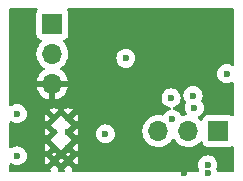
<source format=gbr>
%TF.GenerationSoftware,KiCad,Pcbnew,8.0.2-1*%
%TF.CreationDate,2024-05-31T22:32:28-04:00*%
%TF.ProjectId,ez-servo,657a2d73-6572-4766-9f2e-6b696361645f,v0.0.0*%
%TF.SameCoordinates,Original*%
%TF.FileFunction,Copper,L3,Inr*%
%TF.FilePolarity,Positive*%
%FSLAX46Y46*%
G04 Gerber Fmt 4.6, Leading zero omitted, Abs format (unit mm)*
G04 Created by KiCad (PCBNEW 8.0.2-1) date 2024-05-31 22:32:28*
%MOMM*%
%LPD*%
G01*
G04 APERTURE LIST*
%TA.AperFunction,ComponentPad*%
%ADD10C,0.600000*%
%TD*%
%TA.AperFunction,ComponentPad*%
%ADD11O,1.700000X1.700000*%
%TD*%
%TA.AperFunction,ComponentPad*%
%ADD12R,1.700000X1.700000*%
%TD*%
%TA.AperFunction,ViaPad*%
%ADD13C,0.600000*%
%TD*%
G04 APERTURE END LIST*
D10*
%TO.N,GND*%
%TO.C,U1*%
X29300000Y-34830000D03*
X29300000Y-36030000D03*
X29300000Y-37330000D03*
X29300000Y-38430000D03*
X30500000Y-34830000D03*
X30500000Y-36030000D03*
X30500000Y-37330000D03*
X30500000Y-38430000D03*
%TD*%
D11*
%TO.N,GND*%
%TO.C,J2*%
X29150000Y-31930000D03*
%TO.N,VOUT*%
X29150000Y-29390000D03*
D12*
%TO.N,SERVO_PWM*%
X29150000Y-26850000D03*
%TD*%
%TO.N,8_4V*%
%TO.C,J3*%
X43200000Y-35930000D03*
D11*
%TO.N,SENSE*%
X40660000Y-35930000D03*
%TO.N,6V*%
X38120000Y-35930000D03*
%TD*%
D13*
%TO.N,GND*%
X36600000Y-32640000D03*
X36560000Y-37080000D03*
%TO.N,VOUT*%
X35360000Y-29780000D03*
X41159265Y-33950735D03*
%TO.N,GND*%
X40300000Y-39500000D03*
X33070000Y-26700000D03*
%TO.N,SENSE*%
X39290000Y-34930000D03*
X26170000Y-38030000D03*
%TO.N,Net-(C2-Pad2)*%
X39190001Y-33122829D03*
X43910000Y-31080000D03*
X41050000Y-32930823D03*
%TO.N,Net-(U1-BOOT)*%
X26170000Y-34470000D03*
%TO.N,+24V*%
X42300000Y-38800000D03*
X42300000Y-39500000D03*
X33640000Y-36170000D03*
%TD*%
%TA.AperFunction,Conductor*%
%TO.N,GND*%
G36*
X27868038Y-25520185D02*
G01*
X27913793Y-25572989D01*
X27923737Y-25642147D01*
X27900265Y-25698810D01*
X27880238Y-25725562D01*
X27856204Y-25757668D01*
X27856202Y-25757671D01*
X27805908Y-25892517D01*
X27799501Y-25952116D01*
X27799501Y-25952123D01*
X27799500Y-25952135D01*
X27799500Y-27747870D01*
X27799501Y-27747876D01*
X27805908Y-27807483D01*
X27856202Y-27942328D01*
X27856206Y-27942335D01*
X27942452Y-28057544D01*
X27942455Y-28057547D01*
X28057664Y-28143793D01*
X28057671Y-28143797D01*
X28189081Y-28192810D01*
X28245015Y-28234681D01*
X28269432Y-28300145D01*
X28254580Y-28368418D01*
X28233430Y-28396673D01*
X28111503Y-28518600D01*
X27975965Y-28712169D01*
X27975964Y-28712171D01*
X27876098Y-28926335D01*
X27876094Y-28926344D01*
X27814938Y-29154586D01*
X27814936Y-29154596D01*
X27794341Y-29389999D01*
X27794341Y-29390000D01*
X27814936Y-29625403D01*
X27814938Y-29625413D01*
X27876094Y-29853655D01*
X27876096Y-29853659D01*
X27876097Y-29853663D01*
X27925333Y-29959249D01*
X27975965Y-30067830D01*
X27975967Y-30067834D01*
X28111501Y-30261395D01*
X28111506Y-30261402D01*
X28278597Y-30428493D01*
X28278603Y-30428498D01*
X28464594Y-30558730D01*
X28508219Y-30613307D01*
X28515413Y-30682805D01*
X28483890Y-30745160D01*
X28464595Y-30761880D01*
X28278922Y-30891890D01*
X28278920Y-30891891D01*
X28111891Y-31058920D01*
X28111886Y-31058926D01*
X27976400Y-31252420D01*
X27976399Y-31252422D01*
X27876570Y-31466507D01*
X27876567Y-31466513D01*
X27819364Y-31679999D01*
X27819364Y-31680000D01*
X28716988Y-31680000D01*
X28684075Y-31737007D01*
X28650000Y-31864174D01*
X28650000Y-31995826D01*
X28684075Y-32122993D01*
X28716988Y-32180000D01*
X27819364Y-32180000D01*
X27876567Y-32393486D01*
X27876570Y-32393492D01*
X27976399Y-32607578D01*
X28111894Y-32801082D01*
X28278917Y-32968105D01*
X28472421Y-33103600D01*
X28686507Y-33203429D01*
X28686516Y-33203433D01*
X28900000Y-33260634D01*
X28900000Y-32363012D01*
X28957007Y-32395925D01*
X29084174Y-32430000D01*
X29215826Y-32430000D01*
X29342993Y-32395925D01*
X29400000Y-32363012D01*
X29400000Y-33260633D01*
X29613483Y-33203433D01*
X29613492Y-33203429D01*
X29827578Y-33103600D01*
X30021082Y-32968105D01*
X30188105Y-32801082D01*
X30323600Y-32607578D01*
X30423429Y-32393492D01*
X30423432Y-32393486D01*
X30480636Y-32180000D01*
X29583012Y-32180000D01*
X29615925Y-32122993D01*
X29650000Y-31995826D01*
X29650000Y-31864174D01*
X29615925Y-31737007D01*
X29583012Y-31680000D01*
X30480636Y-31680000D01*
X30480635Y-31679999D01*
X30423432Y-31466513D01*
X30423429Y-31466507D01*
X30323600Y-31252422D01*
X30323599Y-31252420D01*
X30188113Y-31058926D01*
X30188108Y-31058920D01*
X30021078Y-30891890D01*
X29835405Y-30761879D01*
X29791780Y-30707302D01*
X29784588Y-30637804D01*
X29816110Y-30575449D01*
X29835406Y-30558730D01*
X29865837Y-30537422D01*
X30021401Y-30428495D01*
X30188495Y-30261401D01*
X30324035Y-30067830D01*
X30423903Y-29853663D01*
X30443642Y-29779996D01*
X34554435Y-29779996D01*
X34554435Y-29780003D01*
X34574630Y-29959249D01*
X34574631Y-29959254D01*
X34634211Y-30129523D01*
X34717072Y-30261395D01*
X34730184Y-30282262D01*
X34857738Y-30409816D01*
X35010478Y-30505789D01*
X35100880Y-30537422D01*
X35180745Y-30565368D01*
X35180750Y-30565369D01*
X35359996Y-30585565D01*
X35360000Y-30585565D01*
X35360004Y-30585565D01*
X35539249Y-30565369D01*
X35539252Y-30565368D01*
X35539255Y-30565368D01*
X35709522Y-30505789D01*
X35862262Y-30409816D01*
X35989816Y-30282262D01*
X36085789Y-30129522D01*
X36145368Y-29959255D01*
X36157265Y-29853664D01*
X36165565Y-29780003D01*
X36165565Y-29779996D01*
X36145369Y-29600750D01*
X36145368Y-29600745D01*
X36085788Y-29430476D01*
X35989815Y-29277737D01*
X35862262Y-29150184D01*
X35709523Y-29054211D01*
X35539254Y-28994631D01*
X35539249Y-28994630D01*
X35360004Y-28974435D01*
X35359996Y-28974435D01*
X35180750Y-28994630D01*
X35180745Y-28994631D01*
X35010476Y-29054211D01*
X34857737Y-29150184D01*
X34730184Y-29277737D01*
X34634211Y-29430476D01*
X34574631Y-29600745D01*
X34574630Y-29600750D01*
X34554435Y-29779996D01*
X30443642Y-29779996D01*
X30485063Y-29625408D01*
X30505659Y-29390000D01*
X30485063Y-29154592D01*
X30423903Y-28926337D01*
X30324035Y-28712171D01*
X30188495Y-28518599D01*
X30066567Y-28396671D01*
X30033084Y-28335351D01*
X30038068Y-28265659D01*
X30079939Y-28209725D01*
X30110915Y-28192810D01*
X30242331Y-28143796D01*
X30357546Y-28057546D01*
X30443796Y-27942331D01*
X30494091Y-27807483D01*
X30500500Y-27747873D01*
X30500499Y-25952128D01*
X30494091Y-25892517D01*
X30443796Y-25757669D01*
X30399734Y-25698810D01*
X30375317Y-25633348D01*
X30390168Y-25565075D01*
X30439573Y-25515669D01*
X30499001Y-25500500D01*
X44375500Y-25500500D01*
X44442539Y-25520185D01*
X44488294Y-25572989D01*
X44499500Y-25624500D01*
X44499500Y-30280637D01*
X44479815Y-30347676D01*
X44427011Y-30393431D01*
X44357853Y-30403375D01*
X44309529Y-30385631D01*
X44259525Y-30354212D01*
X44089254Y-30294631D01*
X44089249Y-30294630D01*
X43910004Y-30274435D01*
X43909996Y-30274435D01*
X43730750Y-30294630D01*
X43730745Y-30294631D01*
X43560476Y-30354211D01*
X43407737Y-30450184D01*
X43280184Y-30577737D01*
X43184211Y-30730476D01*
X43124631Y-30900745D01*
X43124630Y-30900750D01*
X43104435Y-31079996D01*
X43104435Y-31080003D01*
X43124630Y-31259249D01*
X43124631Y-31259254D01*
X43184211Y-31429523D01*
X43184511Y-31430000D01*
X43280184Y-31582262D01*
X43407738Y-31709816D01*
X43560478Y-31805789D01*
X43626820Y-31829003D01*
X43730745Y-31865368D01*
X43730750Y-31865369D01*
X43909996Y-31885565D01*
X43910000Y-31885565D01*
X43910004Y-31885565D01*
X44089249Y-31865369D01*
X44089252Y-31865368D01*
X44089255Y-31865368D01*
X44259522Y-31805789D01*
X44309527Y-31774369D01*
X44376764Y-31755368D01*
X44443599Y-31775735D01*
X44488814Y-31829003D01*
X44499500Y-31879362D01*
X44499500Y-34543568D01*
X44479815Y-34610607D01*
X44427011Y-34656362D01*
X44357853Y-34666306D01*
X44301190Y-34642835D01*
X44292334Y-34636206D01*
X44292328Y-34636202D01*
X44157482Y-34585908D01*
X44157483Y-34585908D01*
X44097883Y-34579501D01*
X44097881Y-34579500D01*
X44097873Y-34579500D01*
X44097864Y-34579500D01*
X42302129Y-34579500D01*
X42302123Y-34579501D01*
X42242516Y-34585908D01*
X42107671Y-34636202D01*
X42107664Y-34636206D01*
X41992455Y-34722452D01*
X41992452Y-34722455D01*
X41906206Y-34837664D01*
X41906203Y-34837669D01*
X41857189Y-34969083D01*
X41815317Y-35025016D01*
X41749853Y-35049433D01*
X41681580Y-35034581D01*
X41653326Y-35013430D01*
X41531398Y-34891502D01*
X41511936Y-34877875D01*
X41468312Y-34823298D01*
X41461120Y-34753799D01*
X41492643Y-34691445D01*
X41517086Y-34671309D01*
X41661527Y-34580551D01*
X41789081Y-34452997D01*
X41885054Y-34300257D01*
X41944633Y-34129990D01*
X41944634Y-34129984D01*
X41964830Y-33950738D01*
X41964830Y-33950731D01*
X41944634Y-33771485D01*
X41944633Y-33771480D01*
X41926936Y-33720905D01*
X41885054Y-33601213D01*
X41789081Y-33448473D01*
X41785964Y-33445356D01*
X41752479Y-33384033D01*
X41757463Y-33314341D01*
X41768653Y-33291700D01*
X41775789Y-33280345D01*
X41835368Y-33110078D01*
X41836098Y-33103600D01*
X41855565Y-32930826D01*
X41855565Y-32930819D01*
X41835369Y-32751573D01*
X41835368Y-32751568D01*
X41789528Y-32620566D01*
X41775789Y-32581301D01*
X41679816Y-32428561D01*
X41552262Y-32301007D01*
X41450407Y-32237007D01*
X41399523Y-32205034D01*
X41229254Y-32145454D01*
X41229249Y-32145453D01*
X41050004Y-32125258D01*
X41049996Y-32125258D01*
X40870750Y-32145453D01*
X40870745Y-32145454D01*
X40700476Y-32205034D01*
X40547737Y-32301007D01*
X40420184Y-32428560D01*
X40324211Y-32581299D01*
X40264631Y-32751568D01*
X40264630Y-32751573D01*
X40244435Y-32930819D01*
X40244435Y-32930826D01*
X40264630Y-33110072D01*
X40264631Y-33110077D01*
X40324211Y-33280346D01*
X40420184Y-33433085D01*
X40423300Y-33436201D01*
X40456785Y-33497524D01*
X40451801Y-33567216D01*
X40440615Y-33589851D01*
X40433474Y-33601216D01*
X40373898Y-33771472D01*
X40373895Y-33771485D01*
X40353700Y-33950731D01*
X40353700Y-33950738D01*
X40373895Y-34129984D01*
X40373896Y-34129989D01*
X40433476Y-34300258D01*
X40501284Y-34408174D01*
X40520284Y-34475411D01*
X40499916Y-34542246D01*
X40446648Y-34587460D01*
X40428383Y-34593921D01*
X40196344Y-34656094D01*
X40196329Y-34656100D01*
X40188049Y-34659961D01*
X40118972Y-34670450D01*
X40055189Y-34641928D01*
X40018608Y-34588533D01*
X40016865Y-34583553D01*
X40015789Y-34580478D01*
X40015789Y-34580477D01*
X39935687Y-34452997D01*
X39919816Y-34427738D01*
X39792262Y-34300184D01*
X39777240Y-34290745D01*
X39639523Y-34204211D01*
X39469254Y-34144631D01*
X39469250Y-34144630D01*
X39422364Y-34139348D01*
X39357950Y-34112281D01*
X39318395Y-34054686D01*
X39316258Y-33984849D01*
X39352216Y-33924943D01*
X39395294Y-33899086D01*
X39424863Y-33888739D01*
X39539523Y-33848618D01*
X39692263Y-33752645D01*
X39819817Y-33625091D01*
X39915790Y-33472351D01*
X39975369Y-33302084D01*
X39975370Y-33302078D01*
X39995566Y-33122832D01*
X39995566Y-33122825D01*
X39975370Y-32943579D01*
X39975369Y-32943574D01*
X39915789Y-32773305D01*
X39819816Y-32620566D01*
X39692263Y-32493013D01*
X39539524Y-32397040D01*
X39369255Y-32337460D01*
X39369250Y-32337459D01*
X39190005Y-32317264D01*
X39189997Y-32317264D01*
X39010751Y-32337459D01*
X39010746Y-32337460D01*
X38840477Y-32397040D01*
X38687738Y-32493013D01*
X38560185Y-32620566D01*
X38464212Y-32773305D01*
X38404632Y-32943574D01*
X38404631Y-32943579D01*
X38384436Y-33122825D01*
X38384436Y-33122832D01*
X38404631Y-33302078D01*
X38404632Y-33302083D01*
X38464212Y-33472352D01*
X38538042Y-33589851D01*
X38560185Y-33625091D01*
X38687739Y-33752645D01*
X38840479Y-33848618D01*
X39010746Y-33908197D01*
X39057637Y-33913480D01*
X39122048Y-33940545D01*
X39161604Y-33998140D01*
X39163743Y-34067977D01*
X39127785Y-34127883D01*
X39084707Y-34153741D01*
X38940480Y-34204208D01*
X38787737Y-34300184D01*
X38660182Y-34427739D01*
X38575034Y-34563251D01*
X38522699Y-34609541D01*
X38453646Y-34620189D01*
X38437948Y-34617053D01*
X38355413Y-34594938D01*
X38355403Y-34594936D01*
X38120001Y-34574341D01*
X38119999Y-34574341D01*
X37884596Y-34594936D01*
X37884586Y-34594938D01*
X37656344Y-34656094D01*
X37656335Y-34656098D01*
X37442171Y-34755964D01*
X37442169Y-34755965D01*
X37248597Y-34891505D01*
X37081505Y-35058597D01*
X36945965Y-35252169D01*
X36945964Y-35252171D01*
X36846098Y-35466335D01*
X36846094Y-35466344D01*
X36784938Y-35694586D01*
X36784936Y-35694596D01*
X36764341Y-35929999D01*
X36764341Y-35930000D01*
X36784936Y-36165403D01*
X36784938Y-36165413D01*
X36846094Y-36393655D01*
X36846096Y-36393659D01*
X36846097Y-36393663D01*
X36850000Y-36402032D01*
X36945965Y-36607830D01*
X36945967Y-36607834D01*
X36996499Y-36680000D01*
X37081505Y-36801401D01*
X37248599Y-36968495D01*
X37345384Y-37036265D01*
X37442165Y-37104032D01*
X37442167Y-37104033D01*
X37442170Y-37104035D01*
X37656337Y-37203903D01*
X37656343Y-37203904D01*
X37656344Y-37203905D01*
X37711285Y-37218626D01*
X37884592Y-37265063D01*
X38061034Y-37280500D01*
X38119999Y-37285659D01*
X38120000Y-37285659D01*
X38120001Y-37285659D01*
X38178966Y-37280500D01*
X38355408Y-37265063D01*
X38583663Y-37203903D01*
X38797830Y-37104035D01*
X38991401Y-36968495D01*
X39158495Y-36801401D01*
X39288425Y-36615842D01*
X39343002Y-36572217D01*
X39412500Y-36565023D01*
X39474855Y-36596546D01*
X39491575Y-36615842D01*
X39621500Y-36801395D01*
X39621505Y-36801401D01*
X39788599Y-36968495D01*
X39885384Y-37036265D01*
X39982165Y-37104032D01*
X39982167Y-37104033D01*
X39982170Y-37104035D01*
X40196337Y-37203903D01*
X40196343Y-37203904D01*
X40196344Y-37203905D01*
X40251285Y-37218626D01*
X40424592Y-37265063D01*
X40601034Y-37280500D01*
X40659999Y-37285659D01*
X40660000Y-37285659D01*
X40660001Y-37285659D01*
X40718966Y-37280500D01*
X40895408Y-37265063D01*
X41123663Y-37203903D01*
X41337830Y-37104035D01*
X41531401Y-36968495D01*
X41653329Y-36846566D01*
X41714648Y-36813084D01*
X41784340Y-36818068D01*
X41840274Y-36859939D01*
X41857189Y-36890917D01*
X41906202Y-37022328D01*
X41906206Y-37022335D01*
X41992452Y-37137544D01*
X41992455Y-37137547D01*
X42107664Y-37223793D01*
X42107671Y-37223797D01*
X42242517Y-37274091D01*
X42242516Y-37274091D01*
X42249444Y-37274835D01*
X42302127Y-37280500D01*
X44097872Y-37280499D01*
X44157483Y-37274091D01*
X44292331Y-37223796D01*
X44301186Y-37217166D01*
X44366649Y-37192747D01*
X44434923Y-37207596D01*
X44484330Y-37257000D01*
X44499500Y-37316431D01*
X44499500Y-39266000D01*
X44479815Y-39333039D01*
X44427011Y-39378794D01*
X44375500Y-39390000D01*
X43197585Y-39390000D01*
X43130546Y-39370315D01*
X43084791Y-39317511D01*
X43080544Y-39306955D01*
X43039953Y-39190955D01*
X43036390Y-39121177D01*
X43039953Y-39109045D01*
X43085366Y-38979262D01*
X43085369Y-38979249D01*
X43105565Y-38800003D01*
X43105565Y-38799996D01*
X43085369Y-38620750D01*
X43085368Y-38620745D01*
X43025788Y-38450476D01*
X42929815Y-38297737D01*
X42802262Y-38170184D01*
X42649523Y-38074211D01*
X42479254Y-38014631D01*
X42479249Y-38014630D01*
X42300004Y-37994435D01*
X42299996Y-37994435D01*
X42120750Y-38014630D01*
X42120745Y-38014631D01*
X41950476Y-38074211D01*
X41797737Y-38170184D01*
X41670184Y-38297737D01*
X41574211Y-38450476D01*
X41514631Y-38620745D01*
X41514630Y-38620750D01*
X41494435Y-38799996D01*
X41494435Y-38800003D01*
X41514630Y-38979249D01*
X41514632Y-38979257D01*
X41560047Y-39109046D01*
X41563608Y-39178825D01*
X41560047Y-39190954D01*
X41519457Y-39306954D01*
X41478735Y-39363731D01*
X41413782Y-39389478D01*
X41402415Y-39390000D01*
X30905298Y-39390000D01*
X30838259Y-39370315D01*
X30792504Y-39317511D01*
X30782560Y-39248353D01*
X30811585Y-39184797D01*
X30844008Y-39160003D01*
X30843405Y-39159043D01*
X30863106Y-39146661D01*
X30863106Y-39146660D01*
X30500001Y-38783553D01*
X30500000Y-38783553D01*
X30136892Y-39146660D01*
X30136892Y-39146661D01*
X30156594Y-39159042D01*
X30155574Y-39160664D01*
X30200361Y-39201097D01*
X30218677Y-39268524D01*
X30197632Y-39335149D01*
X30143908Y-39379819D01*
X30094703Y-39390000D01*
X29705298Y-39390000D01*
X29638259Y-39370315D01*
X29592504Y-39317511D01*
X29582560Y-39248353D01*
X29611585Y-39184797D01*
X29644008Y-39160003D01*
X29643405Y-39159043D01*
X29663106Y-39146661D01*
X29663106Y-39146660D01*
X29300001Y-38783553D01*
X29300000Y-38783553D01*
X28936892Y-39146660D01*
X28936892Y-39146661D01*
X28956594Y-39159042D01*
X28955574Y-39160664D01*
X29000361Y-39201097D01*
X29018677Y-39268524D01*
X28997632Y-39335149D01*
X28943908Y-39379819D01*
X28894703Y-39390000D01*
X25624500Y-39390000D01*
X25557461Y-39370315D01*
X25511706Y-39317511D01*
X25500500Y-39266000D01*
X25500500Y-38779094D01*
X25520185Y-38712055D01*
X25572989Y-38666300D01*
X25642147Y-38656356D01*
X25690471Y-38674100D01*
X25728193Y-38697802D01*
X25820475Y-38755788D01*
X25990745Y-38815368D01*
X25990750Y-38815369D01*
X26169996Y-38835565D01*
X26170000Y-38835565D01*
X26170004Y-38835565D01*
X26349249Y-38815369D01*
X26349252Y-38815368D01*
X26349255Y-38815368D01*
X26519522Y-38755789D01*
X26672262Y-38659816D01*
X26799816Y-38532262D01*
X26864073Y-38429997D01*
X28494938Y-38429997D01*
X28494938Y-38430002D01*
X28515121Y-38609138D01*
X28574665Y-38779304D01*
X28583338Y-38793107D01*
X28946446Y-38430000D01*
X28946446Y-38429999D01*
X28916610Y-38400163D01*
X29150000Y-38400163D01*
X29150000Y-38459837D01*
X29172836Y-38514968D01*
X29215032Y-38557164D01*
X29270163Y-38580000D01*
X29329837Y-38580000D01*
X29384968Y-38557164D01*
X29427164Y-38514968D01*
X29450000Y-38459837D01*
X29450000Y-38429999D01*
X29653553Y-38429999D01*
X29900000Y-38676446D01*
X30146446Y-38430001D01*
X30146446Y-38430000D01*
X30116609Y-38400163D01*
X30350000Y-38400163D01*
X30350000Y-38459837D01*
X30372836Y-38514968D01*
X30415032Y-38557164D01*
X30470163Y-38580000D01*
X30529837Y-38580000D01*
X30584968Y-38557164D01*
X30627164Y-38514968D01*
X30650000Y-38459837D01*
X30650000Y-38430000D01*
X30853553Y-38430000D01*
X31216660Y-38793106D01*
X31216661Y-38793106D01*
X31225334Y-38779306D01*
X31225334Y-38779305D01*
X31284877Y-38609141D01*
X31284878Y-38609138D01*
X31305062Y-38430002D01*
X31305062Y-38429997D01*
X31284878Y-38250861D01*
X31225333Y-38080692D01*
X31216661Y-38066892D01*
X31216660Y-38066892D01*
X30853553Y-38430000D01*
X30650000Y-38430000D01*
X30650000Y-38400163D01*
X30627164Y-38345032D01*
X30584968Y-38302836D01*
X30529837Y-38280000D01*
X30470163Y-38280000D01*
X30415032Y-38302836D01*
X30372836Y-38345032D01*
X30350000Y-38400163D01*
X30116609Y-38400163D01*
X29900000Y-38183553D01*
X29653553Y-38429999D01*
X29450000Y-38429999D01*
X29450000Y-38400163D01*
X29427164Y-38345032D01*
X29384968Y-38302836D01*
X29329837Y-38280000D01*
X29270163Y-38280000D01*
X29215032Y-38302836D01*
X29172836Y-38345032D01*
X29150000Y-38400163D01*
X28916610Y-38400163D01*
X28583338Y-38066891D01*
X28583337Y-38066891D01*
X28574667Y-38080691D01*
X28574662Y-38080701D01*
X28515122Y-38250858D01*
X28515121Y-38250861D01*
X28494938Y-38429997D01*
X26864073Y-38429997D01*
X26895789Y-38379522D01*
X26955368Y-38209255D01*
X26958264Y-38183553D01*
X26975565Y-38030003D01*
X26975565Y-38029996D01*
X26958665Y-37879999D01*
X29103553Y-37879999D01*
X29300000Y-38076446D01*
X29496446Y-37880001D01*
X29496446Y-37880000D01*
X29496445Y-37879999D01*
X30303553Y-37879999D01*
X30500000Y-38076446D01*
X30696446Y-37880001D01*
X30696446Y-37880000D01*
X30500000Y-37683553D01*
X30303553Y-37879999D01*
X29496445Y-37879999D01*
X29300000Y-37683553D01*
X29103553Y-37879999D01*
X26958665Y-37879999D01*
X26955369Y-37850750D01*
X26955368Y-37850745D01*
X26900208Y-37693107D01*
X26895789Y-37680478D01*
X26895051Y-37679304D01*
X26856582Y-37618080D01*
X26799816Y-37527738D01*
X26672262Y-37400184D01*
X26649528Y-37385899D01*
X26560561Y-37329997D01*
X28494938Y-37329997D01*
X28494938Y-37330002D01*
X28515121Y-37509138D01*
X28574665Y-37679304D01*
X28583338Y-37693107D01*
X28946446Y-37330000D01*
X28946446Y-37329999D01*
X28916610Y-37300163D01*
X29150000Y-37300163D01*
X29150000Y-37359837D01*
X29172836Y-37414968D01*
X29215032Y-37457164D01*
X29270163Y-37480000D01*
X29329837Y-37480000D01*
X29384968Y-37457164D01*
X29427164Y-37414968D01*
X29450000Y-37359837D01*
X29450000Y-37300163D01*
X29427164Y-37245032D01*
X29384968Y-37202836D01*
X29329837Y-37180000D01*
X29270163Y-37180000D01*
X29215032Y-37202836D01*
X29172836Y-37245032D01*
X29150000Y-37300163D01*
X28916610Y-37300163D01*
X28583338Y-36966891D01*
X28583337Y-36966891D01*
X28574667Y-36980691D01*
X28574662Y-36980701D01*
X28515122Y-37150858D01*
X28515121Y-37150861D01*
X28494938Y-37329997D01*
X26560561Y-37329997D01*
X26519523Y-37304211D01*
X26349254Y-37244631D01*
X26349249Y-37244630D01*
X26170004Y-37224435D01*
X26169996Y-37224435D01*
X25990750Y-37244630D01*
X25990745Y-37244631D01*
X25820476Y-37304211D01*
X25690472Y-37385899D01*
X25623235Y-37404899D01*
X25556400Y-37384531D01*
X25511186Y-37331263D01*
X25500500Y-37280905D01*
X25500500Y-36680000D01*
X29003553Y-36680000D01*
X29300000Y-36976447D01*
X29900000Y-37576446D01*
X30176283Y-37300163D01*
X30350000Y-37300163D01*
X30350000Y-37359837D01*
X30372836Y-37414968D01*
X30415032Y-37457164D01*
X30470163Y-37480000D01*
X30529837Y-37480000D01*
X30584968Y-37457164D01*
X30627164Y-37414968D01*
X30650000Y-37359837D01*
X30650000Y-37330000D01*
X30853553Y-37330000D01*
X31216660Y-37693106D01*
X31216661Y-37693106D01*
X31225334Y-37679306D01*
X31225334Y-37679305D01*
X31284877Y-37509141D01*
X31284878Y-37509138D01*
X31305062Y-37330002D01*
X31305062Y-37329997D01*
X31284878Y-37150861D01*
X31225333Y-36980692D01*
X31216661Y-36966892D01*
X31216660Y-36966892D01*
X30853553Y-37330000D01*
X30650000Y-37330000D01*
X30650000Y-37300163D01*
X30627164Y-37245032D01*
X30584968Y-37202836D01*
X30529837Y-37180000D01*
X30470163Y-37180000D01*
X30415032Y-37202836D01*
X30372836Y-37245032D01*
X30350000Y-37300163D01*
X30176283Y-37300163D01*
X30500000Y-36976447D01*
X30796446Y-36680000D01*
X30234127Y-36117681D01*
X30200642Y-36056358D01*
X30204661Y-36000163D01*
X30350000Y-36000163D01*
X30350000Y-36059837D01*
X30372836Y-36114968D01*
X30415032Y-36157164D01*
X30470163Y-36180000D01*
X30529837Y-36180000D01*
X30584968Y-36157164D01*
X30627164Y-36114968D01*
X30650000Y-36059837D01*
X30650000Y-36030000D01*
X30853553Y-36030000D01*
X31216660Y-36393106D01*
X31216661Y-36393106D01*
X31225334Y-36379306D01*
X31225334Y-36379305D01*
X31284877Y-36209141D01*
X31284878Y-36209138D01*
X31289288Y-36169996D01*
X32834435Y-36169996D01*
X32834435Y-36170003D01*
X32854630Y-36349249D01*
X32854631Y-36349254D01*
X32914211Y-36519523D01*
X32969701Y-36607834D01*
X33010184Y-36672262D01*
X33137738Y-36799816D01*
X33290478Y-36895789D01*
X33460745Y-36955368D01*
X33460750Y-36955369D01*
X33639996Y-36975565D01*
X33640000Y-36975565D01*
X33640004Y-36975565D01*
X33819249Y-36955369D01*
X33819252Y-36955368D01*
X33819255Y-36955368D01*
X33989522Y-36895789D01*
X34142262Y-36799816D01*
X34269816Y-36672262D01*
X34365789Y-36519522D01*
X34425368Y-36349255D01*
X34441155Y-36209141D01*
X34445565Y-36170003D01*
X34445565Y-36169996D01*
X34425369Y-35990750D01*
X34425368Y-35990745D01*
X34394607Y-35902836D01*
X34365789Y-35820478D01*
X34269816Y-35667738D01*
X34142262Y-35540184D01*
X33989523Y-35444211D01*
X33819254Y-35384631D01*
X33819249Y-35384630D01*
X33640004Y-35364435D01*
X33639996Y-35364435D01*
X33460750Y-35384630D01*
X33460745Y-35384631D01*
X33290476Y-35444211D01*
X33137737Y-35540184D01*
X33010184Y-35667737D01*
X32914211Y-35820476D01*
X32854631Y-35990745D01*
X32854630Y-35990750D01*
X32834435Y-36169996D01*
X31289288Y-36169996D01*
X31305062Y-36030002D01*
X31305062Y-36029997D01*
X31284878Y-35850861D01*
X31225333Y-35680692D01*
X31216661Y-35666892D01*
X31216660Y-35666892D01*
X30853553Y-36030000D01*
X30650000Y-36030000D01*
X30650000Y-36000163D01*
X30627164Y-35945032D01*
X30584968Y-35902836D01*
X30529837Y-35880000D01*
X30470163Y-35880000D01*
X30415032Y-35902836D01*
X30372836Y-35945032D01*
X30350000Y-36000163D01*
X30204661Y-36000163D01*
X30205626Y-35986666D01*
X30234127Y-35942319D01*
X30500000Y-35676447D01*
X30746446Y-35430000D01*
X30746446Y-35429999D01*
X30116610Y-34800163D01*
X30350000Y-34800163D01*
X30350000Y-34859837D01*
X30372836Y-34914968D01*
X30415032Y-34957164D01*
X30470163Y-34980000D01*
X30529837Y-34980000D01*
X30584968Y-34957164D01*
X30627164Y-34914968D01*
X30650000Y-34859837D01*
X30650000Y-34830000D01*
X30853553Y-34830000D01*
X31216660Y-35193106D01*
X31216661Y-35193106D01*
X31225334Y-35179306D01*
X31225334Y-35179305D01*
X31284877Y-35009141D01*
X31284878Y-35009138D01*
X31305062Y-34830002D01*
X31305062Y-34829997D01*
X31284878Y-34650861D01*
X31225333Y-34480692D01*
X31216661Y-34466892D01*
X31216660Y-34466892D01*
X30853553Y-34830000D01*
X30650000Y-34830000D01*
X30650000Y-34800163D01*
X30627164Y-34745032D01*
X30584968Y-34702836D01*
X30529837Y-34680000D01*
X30470163Y-34680000D01*
X30415032Y-34702836D01*
X30372836Y-34745032D01*
X30350000Y-34800163D01*
X30116610Y-34800163D01*
X29900000Y-34583553D01*
X29053553Y-35430000D01*
X29565872Y-35942319D01*
X29599357Y-36003642D01*
X29594373Y-36073334D01*
X29565872Y-36117681D01*
X29003553Y-36680000D01*
X25500500Y-36680000D01*
X25500500Y-36029997D01*
X28494938Y-36029997D01*
X28494938Y-36030002D01*
X28515121Y-36209138D01*
X28574665Y-36379304D01*
X28583338Y-36393107D01*
X28946446Y-36030000D01*
X28946446Y-36029999D01*
X28916610Y-36000163D01*
X29150000Y-36000163D01*
X29150000Y-36059837D01*
X29172836Y-36114968D01*
X29215032Y-36157164D01*
X29270163Y-36180000D01*
X29329837Y-36180000D01*
X29384968Y-36157164D01*
X29427164Y-36114968D01*
X29450000Y-36059837D01*
X29450000Y-36000163D01*
X29427164Y-35945032D01*
X29384968Y-35902836D01*
X29329837Y-35880000D01*
X29270163Y-35880000D01*
X29215032Y-35902836D01*
X29172836Y-35945032D01*
X29150000Y-36000163D01*
X28916610Y-36000163D01*
X28583338Y-35666891D01*
X28583337Y-35666891D01*
X28574667Y-35680691D01*
X28574662Y-35680701D01*
X28515122Y-35850858D01*
X28515121Y-35850861D01*
X28494938Y-36029997D01*
X25500500Y-36029997D01*
X25500500Y-35219094D01*
X25520185Y-35152055D01*
X25572989Y-35106300D01*
X25642147Y-35096356D01*
X25690471Y-35114100D01*
X25728193Y-35137802D01*
X25820475Y-35195788D01*
X25990745Y-35255368D01*
X25990750Y-35255369D01*
X26169996Y-35275565D01*
X26170000Y-35275565D01*
X26170004Y-35275565D01*
X26349249Y-35255369D01*
X26349252Y-35255368D01*
X26349255Y-35255368D01*
X26519522Y-35195789D01*
X26672262Y-35099816D01*
X26799816Y-34972262D01*
X26889207Y-34829997D01*
X28494938Y-34829997D01*
X28494938Y-34830002D01*
X28515121Y-35009138D01*
X28574665Y-35179304D01*
X28583338Y-35193107D01*
X28946446Y-34830000D01*
X28946446Y-34829999D01*
X28916610Y-34800163D01*
X29150000Y-34800163D01*
X29150000Y-34859837D01*
X29172836Y-34914968D01*
X29215032Y-34957164D01*
X29270163Y-34980000D01*
X29329837Y-34980000D01*
X29384968Y-34957164D01*
X29427164Y-34914968D01*
X29450000Y-34859837D01*
X29450000Y-34800163D01*
X29427164Y-34745032D01*
X29384968Y-34702836D01*
X29329837Y-34680000D01*
X29270163Y-34680000D01*
X29215032Y-34702836D01*
X29172836Y-34745032D01*
X29150000Y-34800163D01*
X28916610Y-34800163D01*
X28583338Y-34466891D01*
X28583337Y-34466891D01*
X28574667Y-34480691D01*
X28574662Y-34480701D01*
X28515122Y-34650858D01*
X28515121Y-34650861D01*
X28494938Y-34829997D01*
X26889207Y-34829997D01*
X26895789Y-34819522D01*
X26955368Y-34649255D01*
X26955369Y-34649249D01*
X26975565Y-34470003D01*
X26975565Y-34469996D01*
X26955369Y-34290750D01*
X26955368Y-34290745D01*
X26904241Y-34144632D01*
X26895789Y-34120478D01*
X26891302Y-34113337D01*
X28936891Y-34113337D01*
X28936891Y-34113338D01*
X29300000Y-34476446D01*
X29300001Y-34476446D01*
X29663107Y-34113338D01*
X29663105Y-34113337D01*
X30136891Y-34113337D01*
X30136891Y-34113338D01*
X30500000Y-34476446D01*
X30500001Y-34476446D01*
X30863107Y-34113338D01*
X30849304Y-34104665D01*
X30679138Y-34045121D01*
X30500003Y-34024938D01*
X30499997Y-34024938D01*
X30320861Y-34045121D01*
X30320858Y-34045122D01*
X30150701Y-34104662D01*
X30150691Y-34104667D01*
X30136891Y-34113337D01*
X29663105Y-34113337D01*
X29649304Y-34104665D01*
X29479138Y-34045121D01*
X29300003Y-34024938D01*
X29299997Y-34024938D01*
X29120861Y-34045121D01*
X29120858Y-34045122D01*
X28950701Y-34104662D01*
X28950691Y-34104667D01*
X28936891Y-34113337D01*
X26891302Y-34113337D01*
X26890638Y-34112281D01*
X26848439Y-34045121D01*
X26799816Y-33967738D01*
X26672262Y-33840184D01*
X26649528Y-33825899D01*
X26519523Y-33744211D01*
X26349254Y-33684631D01*
X26349249Y-33684630D01*
X26170004Y-33664435D01*
X26169996Y-33664435D01*
X25990750Y-33684630D01*
X25990745Y-33684631D01*
X25820476Y-33744211D01*
X25690472Y-33825899D01*
X25623235Y-33844899D01*
X25556400Y-33824531D01*
X25511186Y-33771263D01*
X25500500Y-33720905D01*
X25500500Y-25624500D01*
X25520185Y-25557461D01*
X25572989Y-25511706D01*
X25624500Y-25500500D01*
X27800999Y-25500500D01*
X27868038Y-25520185D01*
G37*
%TD.AperFunction*%
%TD*%
M02*

</source>
